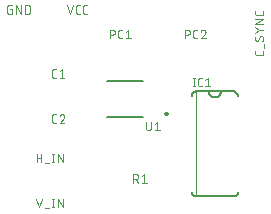
<source format=gto>
G04 EAGLE Gerber RS-274X export*
G75*
%MOMM*%
%FSLAX34Y34*%
%LPD*%
%INTop Silkscreen*%
%IPPOS*%
%AMOC8*
5,1,8,0,0,1.08239X$1,22.5*%
G01*
%ADD10C,0.076200*%
%ADD11C,0.152400*%
%ADD12C,0.050800*%
%ADD13C,0.200000*%
%ADD14C,0.127000*%


D10*
X43481Y119253D02*
X41845Y119253D01*
X41767Y119255D01*
X41689Y119260D01*
X41612Y119270D01*
X41535Y119283D01*
X41459Y119299D01*
X41384Y119319D01*
X41310Y119343D01*
X41237Y119370D01*
X41165Y119401D01*
X41095Y119435D01*
X41027Y119472D01*
X40960Y119513D01*
X40895Y119557D01*
X40833Y119603D01*
X40773Y119653D01*
X40715Y119705D01*
X40660Y119760D01*
X40608Y119818D01*
X40558Y119878D01*
X40512Y119940D01*
X40468Y120005D01*
X40427Y120072D01*
X40390Y120140D01*
X40356Y120210D01*
X40325Y120282D01*
X40298Y120355D01*
X40274Y120429D01*
X40254Y120504D01*
X40238Y120580D01*
X40225Y120657D01*
X40215Y120734D01*
X40210Y120812D01*
X40208Y120890D01*
X40208Y124982D01*
X40210Y125062D01*
X40216Y125142D01*
X40226Y125222D01*
X40239Y125301D01*
X40257Y125380D01*
X40278Y125457D01*
X40304Y125533D01*
X40333Y125608D01*
X40365Y125682D01*
X40401Y125754D01*
X40441Y125824D01*
X40484Y125891D01*
X40530Y125957D01*
X40580Y126020D01*
X40632Y126081D01*
X40687Y126140D01*
X40746Y126195D01*
X40806Y126247D01*
X40870Y126297D01*
X40936Y126343D01*
X41003Y126386D01*
X41073Y126426D01*
X41145Y126462D01*
X41219Y126494D01*
X41293Y126523D01*
X41370Y126549D01*
X41447Y126570D01*
X41526Y126588D01*
X41605Y126601D01*
X41685Y126611D01*
X41765Y126617D01*
X41845Y126619D01*
X43481Y126619D01*
X46327Y124982D02*
X48373Y126619D01*
X48373Y119253D01*
X46327Y119253D02*
X50419Y119253D01*
X43481Y81153D02*
X41845Y81153D01*
X41767Y81155D01*
X41689Y81160D01*
X41612Y81170D01*
X41535Y81183D01*
X41459Y81199D01*
X41384Y81219D01*
X41310Y81243D01*
X41237Y81270D01*
X41165Y81301D01*
X41095Y81335D01*
X41027Y81372D01*
X40960Y81413D01*
X40895Y81457D01*
X40833Y81503D01*
X40773Y81553D01*
X40715Y81605D01*
X40660Y81660D01*
X40608Y81718D01*
X40558Y81778D01*
X40512Y81840D01*
X40468Y81905D01*
X40427Y81972D01*
X40390Y82040D01*
X40356Y82110D01*
X40325Y82182D01*
X40298Y82255D01*
X40274Y82329D01*
X40254Y82404D01*
X40238Y82480D01*
X40225Y82557D01*
X40215Y82634D01*
X40210Y82712D01*
X40208Y82790D01*
X40208Y86882D01*
X40210Y86962D01*
X40216Y87042D01*
X40226Y87122D01*
X40239Y87201D01*
X40257Y87280D01*
X40278Y87357D01*
X40304Y87433D01*
X40333Y87508D01*
X40365Y87582D01*
X40401Y87654D01*
X40441Y87724D01*
X40484Y87791D01*
X40530Y87857D01*
X40580Y87920D01*
X40632Y87981D01*
X40687Y88040D01*
X40746Y88095D01*
X40806Y88147D01*
X40870Y88197D01*
X40936Y88243D01*
X41003Y88286D01*
X41073Y88326D01*
X41145Y88362D01*
X41219Y88394D01*
X41293Y88423D01*
X41370Y88449D01*
X41447Y88470D01*
X41526Y88488D01*
X41605Y88501D01*
X41685Y88511D01*
X41765Y88517D01*
X41845Y88519D01*
X43481Y88519D01*
X48578Y88520D02*
X48663Y88518D01*
X48748Y88512D01*
X48832Y88502D01*
X48916Y88489D01*
X49000Y88471D01*
X49082Y88450D01*
X49163Y88425D01*
X49243Y88396D01*
X49322Y88363D01*
X49399Y88327D01*
X49474Y88287D01*
X49548Y88244D01*
X49619Y88198D01*
X49688Y88148D01*
X49755Y88095D01*
X49819Y88039D01*
X49880Y87980D01*
X49939Y87919D01*
X49995Y87855D01*
X50048Y87788D01*
X50098Y87719D01*
X50144Y87648D01*
X50187Y87574D01*
X50227Y87499D01*
X50263Y87422D01*
X50296Y87343D01*
X50325Y87263D01*
X50350Y87182D01*
X50371Y87100D01*
X50389Y87016D01*
X50402Y86932D01*
X50412Y86848D01*
X50418Y86763D01*
X50420Y86678D01*
X48578Y88519D02*
X48482Y88517D01*
X48386Y88511D01*
X48291Y88501D01*
X48196Y88488D01*
X48101Y88470D01*
X48008Y88449D01*
X47915Y88424D01*
X47824Y88395D01*
X47733Y88363D01*
X47644Y88327D01*
X47557Y88287D01*
X47471Y88244D01*
X47387Y88198D01*
X47305Y88148D01*
X47225Y88094D01*
X47148Y88038D01*
X47073Y87978D01*
X47000Y87916D01*
X46930Y87850D01*
X46862Y87782D01*
X46797Y87711D01*
X46736Y87638D01*
X46677Y87562D01*
X46621Y87483D01*
X46569Y87403D01*
X46520Y87320D01*
X46474Y87236D01*
X46432Y87150D01*
X46394Y87062D01*
X46359Y86973D01*
X46327Y86882D01*
X49805Y85246D02*
X49865Y85305D01*
X49922Y85367D01*
X49977Y85431D01*
X50028Y85498D01*
X50077Y85567D01*
X50123Y85637D01*
X50166Y85710D01*
X50206Y85784D01*
X50242Y85860D01*
X50275Y85938D01*
X50305Y86017D01*
X50332Y86097D01*
X50355Y86178D01*
X50374Y86260D01*
X50390Y86342D01*
X50403Y86426D01*
X50412Y86510D01*
X50417Y86594D01*
X50419Y86678D01*
X49805Y85245D02*
X46327Y81153D01*
X50419Y81153D01*
X218947Y140489D02*
X218947Y142125D01*
X218947Y140489D02*
X218945Y140411D01*
X218940Y140333D01*
X218930Y140256D01*
X218917Y140179D01*
X218901Y140103D01*
X218881Y140028D01*
X218857Y139954D01*
X218830Y139881D01*
X218799Y139809D01*
X218765Y139739D01*
X218728Y139671D01*
X218687Y139604D01*
X218643Y139539D01*
X218597Y139477D01*
X218547Y139417D01*
X218495Y139359D01*
X218440Y139304D01*
X218382Y139252D01*
X218322Y139202D01*
X218260Y139156D01*
X218195Y139112D01*
X218129Y139071D01*
X218060Y139034D01*
X217990Y139000D01*
X217918Y138969D01*
X217845Y138942D01*
X217771Y138918D01*
X217696Y138898D01*
X217620Y138882D01*
X217543Y138869D01*
X217466Y138859D01*
X217388Y138854D01*
X217310Y138852D01*
X213218Y138852D01*
X213138Y138854D01*
X213058Y138860D01*
X212978Y138870D01*
X212899Y138883D01*
X212820Y138901D01*
X212743Y138922D01*
X212667Y138948D01*
X212592Y138977D01*
X212518Y139009D01*
X212446Y139045D01*
X212376Y139085D01*
X212309Y139128D01*
X212243Y139174D01*
X212180Y139224D01*
X212119Y139276D01*
X212060Y139331D01*
X212005Y139390D01*
X211953Y139450D01*
X211903Y139514D01*
X211857Y139579D01*
X211814Y139647D01*
X211774Y139717D01*
X211738Y139789D01*
X211706Y139863D01*
X211677Y139937D01*
X211652Y140014D01*
X211630Y140091D01*
X211612Y140170D01*
X211599Y140249D01*
X211589Y140328D01*
X211583Y140409D01*
X211581Y140489D01*
X211581Y142125D01*
X219765Y144648D02*
X219765Y147922D01*
X218947Y153034D02*
X218945Y153112D01*
X218940Y153190D01*
X218930Y153267D01*
X218917Y153344D01*
X218901Y153420D01*
X218881Y153495D01*
X218857Y153569D01*
X218830Y153642D01*
X218799Y153714D01*
X218765Y153784D01*
X218728Y153853D01*
X218687Y153919D01*
X218643Y153984D01*
X218597Y154046D01*
X218547Y154106D01*
X218495Y154164D01*
X218440Y154219D01*
X218382Y154271D01*
X218322Y154321D01*
X218260Y154367D01*
X218195Y154411D01*
X218129Y154452D01*
X218060Y154489D01*
X217990Y154523D01*
X217918Y154554D01*
X217845Y154581D01*
X217771Y154605D01*
X217696Y154625D01*
X217620Y154641D01*
X217543Y154654D01*
X217466Y154664D01*
X217388Y154669D01*
X217310Y154671D01*
X218947Y153034D02*
X218945Y152920D01*
X218940Y152807D01*
X218930Y152693D01*
X218917Y152580D01*
X218900Y152468D01*
X218880Y152356D01*
X218856Y152245D01*
X218828Y152134D01*
X218797Y152025D01*
X218762Y151917D01*
X218723Y151810D01*
X218681Y151704D01*
X218636Y151600D01*
X218587Y151497D01*
X218534Y151396D01*
X218479Y151297D01*
X218420Y151199D01*
X218358Y151104D01*
X218293Y151011D01*
X218225Y150919D01*
X218154Y150831D01*
X218080Y150744D01*
X218003Y150660D01*
X217924Y150579D01*
X213218Y150783D02*
X213140Y150785D01*
X213062Y150790D01*
X212985Y150800D01*
X212908Y150813D01*
X212832Y150829D01*
X212757Y150849D01*
X212683Y150873D01*
X212610Y150900D01*
X212538Y150931D01*
X212468Y150965D01*
X212400Y151002D01*
X212333Y151043D01*
X212268Y151087D01*
X212206Y151133D01*
X212146Y151183D01*
X212088Y151235D01*
X212033Y151290D01*
X211981Y151348D01*
X211931Y151408D01*
X211885Y151470D01*
X211841Y151535D01*
X211800Y151602D01*
X211763Y151670D01*
X211729Y151740D01*
X211698Y151812D01*
X211671Y151885D01*
X211647Y151959D01*
X211627Y152034D01*
X211611Y152110D01*
X211598Y152187D01*
X211588Y152264D01*
X211583Y152342D01*
X211581Y152420D01*
X211583Y152530D01*
X211589Y152639D01*
X211599Y152749D01*
X211612Y152857D01*
X211630Y152966D01*
X211651Y153073D01*
X211677Y153180D01*
X211706Y153286D01*
X211738Y153391D01*
X211775Y153494D01*
X211815Y153596D01*
X211859Y153697D01*
X211907Y153796D01*
X211957Y153893D01*
X212012Y153988D01*
X212070Y154081D01*
X212131Y154172D01*
X212195Y154261D01*
X214650Y151602D02*
X214608Y151536D01*
X214564Y151471D01*
X214516Y151409D01*
X214466Y151349D01*
X214413Y151291D01*
X214357Y151236D01*
X214299Y151183D01*
X214238Y151134D01*
X214175Y151087D01*
X214110Y151043D01*
X214043Y151003D01*
X213974Y150966D01*
X213903Y150932D01*
X213831Y150901D01*
X213757Y150874D01*
X213682Y150850D01*
X213607Y150830D01*
X213530Y150814D01*
X213453Y150801D01*
X213375Y150791D01*
X213296Y150786D01*
X213218Y150784D01*
X215877Y153853D02*
X215919Y153920D01*
X215963Y153985D01*
X216011Y154047D01*
X216061Y154107D01*
X216114Y154165D01*
X216170Y154220D01*
X216229Y154272D01*
X216289Y154322D01*
X216353Y154369D01*
X216418Y154412D01*
X216485Y154453D01*
X216554Y154490D01*
X216625Y154524D01*
X216697Y154555D01*
X216771Y154582D01*
X216845Y154606D01*
X216921Y154626D01*
X216998Y154642D01*
X217075Y154655D01*
X217153Y154665D01*
X217232Y154670D01*
X217310Y154672D01*
X215878Y153853D02*
X214650Y151602D01*
X211581Y157241D02*
X215059Y159696D01*
X211581Y162152D01*
X215059Y159696D02*
X218947Y159696D01*
X218947Y165209D02*
X211581Y165209D01*
X218947Y169302D01*
X211581Y169302D01*
X218947Y174382D02*
X218947Y176019D01*
X218947Y174382D02*
X218945Y174304D01*
X218940Y174226D01*
X218930Y174149D01*
X218917Y174072D01*
X218901Y173996D01*
X218881Y173921D01*
X218857Y173847D01*
X218830Y173774D01*
X218799Y173702D01*
X218765Y173632D01*
X218728Y173564D01*
X218687Y173497D01*
X218643Y173432D01*
X218597Y173370D01*
X218547Y173310D01*
X218495Y173252D01*
X218440Y173197D01*
X218382Y173145D01*
X218322Y173095D01*
X218260Y173049D01*
X218195Y173005D01*
X218129Y172964D01*
X218060Y172927D01*
X217990Y172893D01*
X217918Y172862D01*
X217845Y172835D01*
X217771Y172811D01*
X217696Y172791D01*
X217620Y172775D01*
X217543Y172762D01*
X217466Y172752D01*
X217388Y172747D01*
X217310Y172745D01*
X213218Y172745D01*
X213138Y172747D01*
X213058Y172753D01*
X212978Y172763D01*
X212899Y172776D01*
X212820Y172794D01*
X212743Y172815D01*
X212667Y172841D01*
X212592Y172870D01*
X212518Y172902D01*
X212446Y172938D01*
X212376Y172978D01*
X212309Y173021D01*
X212243Y173067D01*
X212180Y173117D01*
X212119Y173169D01*
X212060Y173224D01*
X212005Y173283D01*
X211953Y173343D01*
X211903Y173407D01*
X211857Y173472D01*
X211814Y173540D01*
X211774Y173610D01*
X211738Y173682D01*
X211706Y173756D01*
X211677Y173830D01*
X211652Y173907D01*
X211630Y173984D01*
X211612Y174063D01*
X211599Y174142D01*
X211589Y174221D01*
X211583Y174302D01*
X211581Y174382D01*
X211581Y176019D01*
X5873Y177573D02*
X4646Y177573D01*
X5873Y177573D02*
X5873Y173481D01*
X3418Y173481D01*
X3340Y173483D01*
X3262Y173488D01*
X3185Y173498D01*
X3108Y173511D01*
X3032Y173527D01*
X2957Y173547D01*
X2883Y173571D01*
X2810Y173598D01*
X2738Y173629D01*
X2668Y173663D01*
X2599Y173700D01*
X2533Y173741D01*
X2468Y173785D01*
X2406Y173831D01*
X2346Y173881D01*
X2288Y173933D01*
X2233Y173988D01*
X2181Y174046D01*
X2131Y174106D01*
X2085Y174168D01*
X2041Y174233D01*
X2000Y174300D01*
X1963Y174368D01*
X1929Y174438D01*
X1898Y174510D01*
X1871Y174583D01*
X1847Y174657D01*
X1827Y174732D01*
X1811Y174808D01*
X1798Y174885D01*
X1788Y174962D01*
X1783Y175040D01*
X1781Y175118D01*
X1781Y179210D01*
X1783Y179290D01*
X1789Y179370D01*
X1799Y179450D01*
X1812Y179529D01*
X1830Y179608D01*
X1851Y179685D01*
X1877Y179761D01*
X1906Y179836D01*
X1938Y179910D01*
X1974Y179982D01*
X2014Y180052D01*
X2057Y180119D01*
X2103Y180185D01*
X2153Y180248D01*
X2205Y180309D01*
X2260Y180368D01*
X2319Y180423D01*
X2379Y180475D01*
X2443Y180525D01*
X2509Y180571D01*
X2576Y180614D01*
X2646Y180654D01*
X2718Y180690D01*
X2792Y180722D01*
X2866Y180751D01*
X2943Y180777D01*
X3020Y180798D01*
X3099Y180816D01*
X3178Y180829D01*
X3258Y180839D01*
X3338Y180845D01*
X3418Y180847D01*
X5873Y180847D01*
X9584Y180847D02*
X9584Y173481D01*
X13676Y173481D02*
X9584Y180847D01*
X13676Y180847D02*
X13676Y173481D01*
X17387Y173481D02*
X17387Y180847D01*
X19433Y180847D01*
X19522Y180845D01*
X19611Y180839D01*
X19700Y180829D01*
X19788Y180816D01*
X19876Y180799D01*
X19963Y180777D01*
X20048Y180752D01*
X20133Y180724D01*
X20216Y180691D01*
X20298Y180655D01*
X20378Y180616D01*
X20456Y180573D01*
X20532Y180527D01*
X20607Y180477D01*
X20679Y180424D01*
X20748Y180368D01*
X20815Y180309D01*
X20880Y180248D01*
X20941Y180183D01*
X21000Y180116D01*
X21056Y180047D01*
X21109Y179975D01*
X21159Y179900D01*
X21205Y179824D01*
X21248Y179746D01*
X21287Y179666D01*
X21323Y179584D01*
X21356Y179501D01*
X21384Y179416D01*
X21409Y179331D01*
X21431Y179244D01*
X21448Y179156D01*
X21461Y179068D01*
X21471Y178979D01*
X21477Y178890D01*
X21479Y178801D01*
X21479Y175527D01*
X21477Y175438D01*
X21471Y175349D01*
X21461Y175260D01*
X21448Y175172D01*
X21431Y175084D01*
X21409Y174997D01*
X21384Y174912D01*
X21356Y174827D01*
X21323Y174744D01*
X21287Y174662D01*
X21248Y174582D01*
X21205Y174504D01*
X21159Y174428D01*
X21109Y174353D01*
X21056Y174281D01*
X21000Y174212D01*
X20941Y174145D01*
X20880Y174080D01*
X20815Y174019D01*
X20748Y173960D01*
X20679Y173904D01*
X20607Y173851D01*
X20532Y173801D01*
X20456Y173755D01*
X20378Y173712D01*
X20298Y173673D01*
X20216Y173637D01*
X20133Y173604D01*
X20048Y173576D01*
X19963Y173551D01*
X19876Y173529D01*
X19788Y173512D01*
X19700Y173499D01*
X19611Y173489D01*
X19522Y173483D01*
X19433Y173481D01*
X17387Y173481D01*
X26883Y55119D02*
X26883Y47753D01*
X26883Y51845D02*
X30975Y51845D01*
X30975Y55119D02*
X30975Y47753D01*
X34119Y46935D02*
X37393Y46935D01*
X40877Y47753D02*
X40877Y55119D01*
X40058Y47753D02*
X41695Y47753D01*
X41695Y55119D02*
X40058Y55119D01*
X44927Y55119D02*
X44927Y47753D01*
X49019Y47753D02*
X44927Y55119D01*
X49019Y55119D02*
X49019Y47753D01*
D11*
X158242Y22860D02*
X158244Y22738D01*
X158250Y22616D01*
X158260Y22494D01*
X158273Y22373D01*
X158291Y22252D01*
X158312Y22132D01*
X158338Y22012D01*
X158367Y21894D01*
X158399Y21776D01*
X158436Y21659D01*
X158476Y21544D01*
X158520Y21430D01*
X158568Y21318D01*
X158619Y21207D01*
X158674Y21098D01*
X158732Y20990D01*
X158794Y20885D01*
X158859Y20782D01*
X158927Y20680D01*
X158999Y20581D01*
X159073Y20485D01*
X159151Y20390D01*
X159232Y20299D01*
X159315Y20209D01*
X159401Y20123D01*
X159491Y20040D01*
X159582Y19959D01*
X159677Y19881D01*
X159773Y19807D01*
X159872Y19735D01*
X159974Y19667D01*
X160077Y19602D01*
X160182Y19540D01*
X160290Y19482D01*
X160399Y19427D01*
X160510Y19376D01*
X160622Y19328D01*
X160736Y19284D01*
X160851Y19244D01*
X160968Y19207D01*
X161086Y19175D01*
X161204Y19146D01*
X161324Y19120D01*
X161444Y19099D01*
X161565Y19081D01*
X161686Y19068D01*
X161808Y19058D01*
X161930Y19052D01*
X162052Y19050D01*
X197358Y104140D02*
X197356Y104262D01*
X197350Y104384D01*
X197340Y104506D01*
X197327Y104627D01*
X197309Y104748D01*
X197288Y104868D01*
X197262Y104988D01*
X197233Y105106D01*
X197201Y105224D01*
X197164Y105341D01*
X197124Y105456D01*
X197080Y105570D01*
X197032Y105682D01*
X196981Y105793D01*
X196926Y105902D01*
X196868Y106010D01*
X196806Y106115D01*
X196741Y106218D01*
X196673Y106320D01*
X196601Y106419D01*
X196527Y106515D01*
X196449Y106610D01*
X196368Y106701D01*
X196285Y106791D01*
X196199Y106877D01*
X196109Y106960D01*
X196018Y107041D01*
X195923Y107119D01*
X195827Y107193D01*
X195728Y107265D01*
X195626Y107333D01*
X195523Y107398D01*
X195418Y107460D01*
X195310Y107518D01*
X195201Y107573D01*
X195090Y107624D01*
X194978Y107672D01*
X194864Y107716D01*
X194749Y107756D01*
X194632Y107793D01*
X194514Y107825D01*
X194396Y107854D01*
X194276Y107880D01*
X194156Y107901D01*
X194035Y107919D01*
X193914Y107932D01*
X193792Y107942D01*
X193670Y107948D01*
X193548Y107950D01*
X197358Y22860D02*
X197356Y22738D01*
X197350Y22616D01*
X197340Y22494D01*
X197327Y22373D01*
X197309Y22252D01*
X197288Y22132D01*
X197262Y22012D01*
X197233Y21894D01*
X197201Y21776D01*
X197164Y21659D01*
X197124Y21544D01*
X197080Y21430D01*
X197032Y21318D01*
X196981Y21207D01*
X196926Y21098D01*
X196868Y20990D01*
X196806Y20885D01*
X196741Y20782D01*
X196673Y20680D01*
X196601Y20581D01*
X196527Y20485D01*
X196449Y20390D01*
X196368Y20299D01*
X196285Y20209D01*
X196199Y20123D01*
X196109Y20040D01*
X196018Y19959D01*
X195923Y19881D01*
X195827Y19807D01*
X195728Y19735D01*
X195626Y19667D01*
X195523Y19602D01*
X195418Y19540D01*
X195310Y19482D01*
X195201Y19427D01*
X195090Y19376D01*
X194978Y19328D01*
X194864Y19284D01*
X194749Y19244D01*
X194632Y19207D01*
X194514Y19175D01*
X194396Y19146D01*
X194276Y19120D01*
X194156Y19099D01*
X194035Y19081D01*
X193914Y19068D01*
X193792Y19058D01*
X193670Y19052D01*
X193548Y19050D01*
X158242Y104140D02*
X158244Y104262D01*
X158250Y104384D01*
X158260Y104506D01*
X158273Y104627D01*
X158291Y104748D01*
X158312Y104868D01*
X158338Y104988D01*
X158367Y105106D01*
X158399Y105224D01*
X158436Y105341D01*
X158476Y105456D01*
X158520Y105570D01*
X158568Y105682D01*
X158619Y105793D01*
X158674Y105902D01*
X158732Y106010D01*
X158794Y106115D01*
X158859Y106218D01*
X158927Y106320D01*
X158999Y106419D01*
X159073Y106515D01*
X159151Y106610D01*
X159232Y106701D01*
X159315Y106791D01*
X159401Y106877D01*
X159491Y106960D01*
X159582Y107041D01*
X159677Y107119D01*
X159773Y107193D01*
X159872Y107265D01*
X159974Y107333D01*
X160077Y107398D01*
X160182Y107460D01*
X160290Y107518D01*
X160399Y107573D01*
X160510Y107624D01*
X160622Y107672D01*
X160736Y107716D01*
X160851Y107756D01*
X160968Y107793D01*
X161086Y107825D01*
X161204Y107854D01*
X161324Y107880D01*
X161444Y107901D01*
X161565Y107919D01*
X161686Y107932D01*
X161808Y107942D01*
X161930Y107948D01*
X162052Y107950D01*
X162052Y19050D02*
X193548Y19050D01*
X193548Y107950D02*
X182880Y107950D01*
X172720Y107950D01*
X162052Y107950D01*
X172720Y107950D02*
X172722Y107809D01*
X172728Y107668D01*
X172738Y107527D01*
X172751Y107386D01*
X172769Y107246D01*
X172791Y107107D01*
X172816Y106968D01*
X172845Y106829D01*
X172878Y106692D01*
X172915Y106556D01*
X172956Y106421D01*
X173000Y106286D01*
X173048Y106154D01*
X173100Y106022D01*
X173155Y105892D01*
X173214Y105764D01*
X173277Y105637D01*
X173343Y105513D01*
X173412Y105390D01*
X173485Y105269D01*
X173561Y105150D01*
X173641Y105033D01*
X173724Y104919D01*
X173809Y104806D01*
X173898Y104697D01*
X173990Y104589D01*
X174085Y104485D01*
X174183Y104383D01*
X174284Y104284D01*
X174387Y104187D01*
X174493Y104094D01*
X174601Y104004D01*
X174712Y103916D01*
X174825Y103832D01*
X174941Y103751D01*
X175059Y103673D01*
X175179Y103598D01*
X175301Y103527D01*
X175425Y103459D01*
X175551Y103395D01*
X175678Y103334D01*
X175807Y103277D01*
X175938Y103224D01*
X176070Y103174D01*
X176203Y103127D01*
X176338Y103085D01*
X176474Y103046D01*
X176611Y103011D01*
X176748Y102980D01*
X176887Y102953D01*
X177026Y102929D01*
X177166Y102910D01*
X177306Y102894D01*
X177447Y102882D01*
X177588Y102874D01*
X177729Y102870D01*
X177871Y102870D01*
X178012Y102874D01*
X178153Y102882D01*
X178294Y102894D01*
X178434Y102910D01*
X178574Y102929D01*
X178713Y102953D01*
X178852Y102980D01*
X178989Y103011D01*
X179126Y103046D01*
X179262Y103085D01*
X179397Y103127D01*
X179530Y103174D01*
X179662Y103224D01*
X179793Y103277D01*
X179922Y103334D01*
X180049Y103395D01*
X180175Y103459D01*
X180299Y103527D01*
X180421Y103598D01*
X180541Y103673D01*
X180659Y103751D01*
X180775Y103832D01*
X180888Y103916D01*
X180999Y104004D01*
X181107Y104094D01*
X181213Y104187D01*
X181316Y104284D01*
X181417Y104383D01*
X181515Y104485D01*
X181610Y104589D01*
X181702Y104697D01*
X181791Y104806D01*
X181876Y104919D01*
X181959Y105033D01*
X182039Y105150D01*
X182115Y105269D01*
X182188Y105390D01*
X182257Y105513D01*
X182323Y105637D01*
X182386Y105764D01*
X182445Y105892D01*
X182500Y106022D01*
X182552Y106154D01*
X182600Y106286D01*
X182644Y106421D01*
X182685Y106556D01*
X182722Y106692D01*
X182755Y106829D01*
X182784Y106968D01*
X182809Y107107D01*
X182831Y107246D01*
X182849Y107386D01*
X182862Y107527D01*
X182872Y107668D01*
X182878Y107809D01*
X182880Y107950D01*
D12*
X161798Y107950D02*
X161798Y19050D01*
D10*
X159949Y112141D02*
X159949Y119507D01*
X159131Y112141D02*
X160768Y112141D01*
X160768Y119507D02*
X159131Y119507D01*
X165369Y112141D02*
X167006Y112141D01*
X165369Y112141D02*
X165291Y112143D01*
X165213Y112148D01*
X165136Y112158D01*
X165059Y112171D01*
X164983Y112187D01*
X164908Y112207D01*
X164834Y112231D01*
X164761Y112258D01*
X164689Y112289D01*
X164619Y112323D01*
X164551Y112360D01*
X164484Y112401D01*
X164419Y112445D01*
X164357Y112491D01*
X164297Y112541D01*
X164239Y112593D01*
X164184Y112648D01*
X164132Y112706D01*
X164082Y112766D01*
X164036Y112828D01*
X163992Y112893D01*
X163951Y112960D01*
X163914Y113028D01*
X163880Y113098D01*
X163849Y113170D01*
X163822Y113243D01*
X163798Y113317D01*
X163778Y113392D01*
X163762Y113468D01*
X163749Y113545D01*
X163739Y113622D01*
X163734Y113700D01*
X163732Y113778D01*
X163732Y117870D01*
X163734Y117950D01*
X163740Y118030D01*
X163750Y118110D01*
X163763Y118189D01*
X163781Y118268D01*
X163802Y118345D01*
X163828Y118421D01*
X163857Y118496D01*
X163889Y118570D01*
X163925Y118642D01*
X163965Y118712D01*
X164008Y118779D01*
X164054Y118845D01*
X164104Y118908D01*
X164156Y118969D01*
X164211Y119028D01*
X164270Y119083D01*
X164330Y119135D01*
X164394Y119185D01*
X164460Y119231D01*
X164527Y119274D01*
X164597Y119314D01*
X164669Y119350D01*
X164743Y119382D01*
X164817Y119411D01*
X164894Y119437D01*
X164971Y119458D01*
X165050Y119476D01*
X165129Y119489D01*
X165209Y119499D01*
X165289Y119505D01*
X165369Y119507D01*
X167006Y119507D01*
X169851Y117870D02*
X171898Y119507D01*
X171898Y112141D01*
X173944Y112141D02*
X169851Y112141D01*
X89281Y152781D02*
X89281Y160147D01*
X91327Y160147D01*
X91416Y160145D01*
X91505Y160139D01*
X91594Y160129D01*
X91682Y160116D01*
X91770Y160099D01*
X91857Y160077D01*
X91942Y160052D01*
X92027Y160024D01*
X92110Y159991D01*
X92192Y159955D01*
X92272Y159916D01*
X92350Y159873D01*
X92426Y159827D01*
X92501Y159777D01*
X92573Y159724D01*
X92642Y159668D01*
X92709Y159609D01*
X92774Y159548D01*
X92835Y159483D01*
X92894Y159416D01*
X92950Y159347D01*
X93003Y159275D01*
X93053Y159200D01*
X93099Y159124D01*
X93142Y159046D01*
X93181Y158966D01*
X93217Y158884D01*
X93250Y158801D01*
X93278Y158716D01*
X93303Y158631D01*
X93325Y158544D01*
X93342Y158456D01*
X93355Y158368D01*
X93365Y158279D01*
X93371Y158190D01*
X93373Y158101D01*
X93371Y158012D01*
X93365Y157923D01*
X93355Y157834D01*
X93342Y157746D01*
X93325Y157658D01*
X93303Y157571D01*
X93278Y157486D01*
X93250Y157401D01*
X93217Y157318D01*
X93181Y157236D01*
X93142Y157156D01*
X93099Y157078D01*
X93053Y157002D01*
X93003Y156927D01*
X92950Y156855D01*
X92894Y156786D01*
X92835Y156719D01*
X92774Y156654D01*
X92709Y156593D01*
X92642Y156534D01*
X92573Y156478D01*
X92501Y156425D01*
X92426Y156375D01*
X92350Y156329D01*
X92272Y156286D01*
X92192Y156247D01*
X92110Y156211D01*
X92027Y156178D01*
X91942Y156150D01*
X91857Y156125D01*
X91770Y156103D01*
X91682Y156086D01*
X91594Y156073D01*
X91505Y156063D01*
X91416Y156057D01*
X91327Y156055D01*
X89281Y156055D01*
X97848Y152781D02*
X99485Y152781D01*
X97848Y152781D02*
X97770Y152783D01*
X97692Y152788D01*
X97615Y152798D01*
X97538Y152811D01*
X97462Y152827D01*
X97387Y152847D01*
X97313Y152871D01*
X97240Y152898D01*
X97168Y152929D01*
X97098Y152963D01*
X97030Y153000D01*
X96963Y153041D01*
X96898Y153085D01*
X96836Y153131D01*
X96776Y153181D01*
X96718Y153233D01*
X96663Y153288D01*
X96611Y153346D01*
X96561Y153406D01*
X96515Y153468D01*
X96471Y153533D01*
X96430Y153600D01*
X96393Y153668D01*
X96359Y153738D01*
X96328Y153810D01*
X96301Y153883D01*
X96277Y153957D01*
X96257Y154032D01*
X96241Y154108D01*
X96228Y154185D01*
X96218Y154262D01*
X96213Y154340D01*
X96211Y154418D01*
X96212Y154418D02*
X96212Y158510D01*
X96214Y158590D01*
X96220Y158670D01*
X96230Y158750D01*
X96243Y158829D01*
X96261Y158908D01*
X96282Y158985D01*
X96308Y159061D01*
X96337Y159136D01*
X96369Y159210D01*
X96405Y159282D01*
X96445Y159352D01*
X96488Y159419D01*
X96534Y159485D01*
X96584Y159548D01*
X96636Y159609D01*
X96691Y159668D01*
X96750Y159723D01*
X96810Y159775D01*
X96874Y159825D01*
X96940Y159871D01*
X97007Y159914D01*
X97077Y159954D01*
X97149Y159990D01*
X97223Y160022D01*
X97297Y160051D01*
X97374Y160077D01*
X97451Y160098D01*
X97530Y160116D01*
X97609Y160129D01*
X97689Y160139D01*
X97769Y160145D01*
X97849Y160147D01*
X97848Y160147D02*
X99485Y160147D01*
X102331Y158510D02*
X104377Y160147D01*
X104377Y152781D01*
X102331Y152781D02*
X106423Y152781D01*
X152781Y152781D02*
X152781Y160147D01*
X154827Y160147D01*
X154916Y160145D01*
X155005Y160139D01*
X155094Y160129D01*
X155182Y160116D01*
X155270Y160099D01*
X155357Y160077D01*
X155442Y160052D01*
X155527Y160024D01*
X155610Y159991D01*
X155692Y159955D01*
X155772Y159916D01*
X155850Y159873D01*
X155926Y159827D01*
X156001Y159777D01*
X156073Y159724D01*
X156142Y159668D01*
X156209Y159609D01*
X156274Y159548D01*
X156335Y159483D01*
X156394Y159416D01*
X156450Y159347D01*
X156503Y159275D01*
X156553Y159200D01*
X156599Y159124D01*
X156642Y159046D01*
X156681Y158966D01*
X156717Y158884D01*
X156750Y158801D01*
X156778Y158716D01*
X156803Y158631D01*
X156825Y158544D01*
X156842Y158456D01*
X156855Y158368D01*
X156865Y158279D01*
X156871Y158190D01*
X156873Y158101D01*
X156871Y158012D01*
X156865Y157923D01*
X156855Y157834D01*
X156842Y157746D01*
X156825Y157658D01*
X156803Y157571D01*
X156778Y157486D01*
X156750Y157401D01*
X156717Y157318D01*
X156681Y157236D01*
X156642Y157156D01*
X156599Y157078D01*
X156553Y157002D01*
X156503Y156927D01*
X156450Y156855D01*
X156394Y156786D01*
X156335Y156719D01*
X156274Y156654D01*
X156209Y156593D01*
X156142Y156534D01*
X156073Y156478D01*
X156001Y156425D01*
X155926Y156375D01*
X155850Y156329D01*
X155772Y156286D01*
X155692Y156247D01*
X155610Y156211D01*
X155527Y156178D01*
X155442Y156150D01*
X155357Y156125D01*
X155270Y156103D01*
X155182Y156086D01*
X155094Y156073D01*
X155005Y156063D01*
X154916Y156057D01*
X154827Y156055D01*
X152781Y156055D01*
X161348Y152781D02*
X162985Y152781D01*
X161348Y152781D02*
X161270Y152783D01*
X161192Y152788D01*
X161115Y152798D01*
X161038Y152811D01*
X160962Y152827D01*
X160887Y152847D01*
X160813Y152871D01*
X160740Y152898D01*
X160668Y152929D01*
X160598Y152963D01*
X160530Y153000D01*
X160463Y153041D01*
X160398Y153085D01*
X160336Y153131D01*
X160276Y153181D01*
X160218Y153233D01*
X160163Y153288D01*
X160111Y153346D01*
X160061Y153406D01*
X160015Y153468D01*
X159971Y153533D01*
X159930Y153600D01*
X159893Y153668D01*
X159859Y153738D01*
X159828Y153810D01*
X159801Y153883D01*
X159777Y153957D01*
X159757Y154032D01*
X159741Y154108D01*
X159728Y154185D01*
X159718Y154262D01*
X159713Y154340D01*
X159711Y154418D01*
X159712Y154418D02*
X159712Y158510D01*
X159714Y158590D01*
X159720Y158670D01*
X159730Y158750D01*
X159743Y158829D01*
X159761Y158908D01*
X159782Y158985D01*
X159808Y159061D01*
X159837Y159136D01*
X159869Y159210D01*
X159905Y159282D01*
X159945Y159352D01*
X159988Y159419D01*
X160034Y159485D01*
X160084Y159548D01*
X160136Y159609D01*
X160191Y159668D01*
X160250Y159723D01*
X160310Y159775D01*
X160374Y159825D01*
X160440Y159871D01*
X160507Y159914D01*
X160577Y159954D01*
X160649Y159990D01*
X160723Y160022D01*
X160797Y160051D01*
X160874Y160077D01*
X160951Y160098D01*
X161030Y160116D01*
X161109Y160129D01*
X161189Y160139D01*
X161269Y160145D01*
X161349Y160147D01*
X161348Y160147D02*
X162985Y160147D01*
X168081Y160148D02*
X168166Y160146D01*
X168251Y160140D01*
X168335Y160130D01*
X168419Y160117D01*
X168503Y160099D01*
X168585Y160078D01*
X168666Y160053D01*
X168746Y160024D01*
X168825Y159991D01*
X168902Y159955D01*
X168977Y159915D01*
X169051Y159872D01*
X169122Y159826D01*
X169191Y159776D01*
X169258Y159723D01*
X169322Y159667D01*
X169383Y159608D01*
X169442Y159547D01*
X169498Y159483D01*
X169551Y159416D01*
X169601Y159347D01*
X169647Y159276D01*
X169690Y159202D01*
X169730Y159127D01*
X169766Y159050D01*
X169799Y158971D01*
X169828Y158891D01*
X169853Y158810D01*
X169874Y158728D01*
X169892Y158644D01*
X169905Y158560D01*
X169915Y158476D01*
X169921Y158391D01*
X169923Y158306D01*
X168081Y160147D02*
X167985Y160145D01*
X167889Y160139D01*
X167794Y160129D01*
X167699Y160116D01*
X167604Y160098D01*
X167511Y160077D01*
X167418Y160052D01*
X167327Y160023D01*
X167236Y159991D01*
X167147Y159955D01*
X167060Y159915D01*
X166974Y159872D01*
X166890Y159826D01*
X166808Y159776D01*
X166728Y159722D01*
X166651Y159666D01*
X166576Y159606D01*
X166503Y159544D01*
X166433Y159478D01*
X166365Y159410D01*
X166300Y159339D01*
X166239Y159266D01*
X166180Y159190D01*
X166124Y159111D01*
X166072Y159031D01*
X166023Y158948D01*
X165977Y158864D01*
X165935Y158778D01*
X165897Y158690D01*
X165862Y158601D01*
X165830Y158510D01*
X169309Y156874D02*
X169369Y156933D01*
X169426Y156995D01*
X169481Y157059D01*
X169532Y157126D01*
X169581Y157195D01*
X169627Y157265D01*
X169670Y157338D01*
X169710Y157412D01*
X169746Y157488D01*
X169779Y157566D01*
X169809Y157645D01*
X169836Y157725D01*
X169859Y157806D01*
X169878Y157888D01*
X169894Y157970D01*
X169907Y158054D01*
X169916Y158138D01*
X169921Y158222D01*
X169923Y158306D01*
X169309Y156873D02*
X165831Y152781D01*
X169923Y152781D01*
X108913Y37719D02*
X108913Y30353D01*
X108913Y37719D02*
X110959Y37719D01*
X111048Y37717D01*
X111137Y37711D01*
X111226Y37701D01*
X111314Y37688D01*
X111402Y37671D01*
X111489Y37649D01*
X111574Y37624D01*
X111659Y37596D01*
X111742Y37563D01*
X111824Y37527D01*
X111904Y37488D01*
X111982Y37445D01*
X112058Y37399D01*
X112133Y37349D01*
X112205Y37296D01*
X112274Y37240D01*
X112341Y37181D01*
X112406Y37120D01*
X112467Y37055D01*
X112526Y36988D01*
X112582Y36919D01*
X112635Y36847D01*
X112685Y36772D01*
X112731Y36696D01*
X112774Y36618D01*
X112813Y36538D01*
X112849Y36456D01*
X112882Y36373D01*
X112910Y36288D01*
X112935Y36203D01*
X112957Y36116D01*
X112974Y36028D01*
X112987Y35940D01*
X112997Y35851D01*
X113003Y35762D01*
X113005Y35673D01*
X113003Y35584D01*
X112997Y35495D01*
X112987Y35406D01*
X112974Y35318D01*
X112957Y35230D01*
X112935Y35143D01*
X112910Y35058D01*
X112882Y34973D01*
X112849Y34890D01*
X112813Y34808D01*
X112774Y34728D01*
X112731Y34650D01*
X112685Y34574D01*
X112635Y34499D01*
X112582Y34427D01*
X112526Y34358D01*
X112467Y34291D01*
X112406Y34226D01*
X112341Y34165D01*
X112274Y34106D01*
X112205Y34050D01*
X112133Y33997D01*
X112058Y33947D01*
X111982Y33901D01*
X111904Y33858D01*
X111824Y33819D01*
X111742Y33783D01*
X111659Y33750D01*
X111574Y33722D01*
X111489Y33697D01*
X111402Y33675D01*
X111314Y33658D01*
X111226Y33645D01*
X111137Y33635D01*
X111048Y33629D01*
X110959Y33627D01*
X108913Y33627D01*
X111368Y33627D02*
X113005Y30353D01*
X116177Y36082D02*
X118223Y37719D01*
X118223Y30353D01*
X116177Y30353D02*
X120269Y30353D01*
D13*
X135800Y89050D02*
X135802Y89113D01*
X135808Y89175D01*
X135818Y89237D01*
X135831Y89299D01*
X135849Y89359D01*
X135870Y89418D01*
X135895Y89476D01*
X135924Y89532D01*
X135956Y89586D01*
X135991Y89638D01*
X136029Y89687D01*
X136071Y89735D01*
X136115Y89779D01*
X136163Y89821D01*
X136212Y89859D01*
X136264Y89894D01*
X136318Y89926D01*
X136374Y89955D01*
X136432Y89980D01*
X136491Y90001D01*
X136551Y90019D01*
X136613Y90032D01*
X136675Y90042D01*
X136737Y90048D01*
X136800Y90050D01*
X136863Y90048D01*
X136925Y90042D01*
X136987Y90032D01*
X137049Y90019D01*
X137109Y90001D01*
X137168Y89980D01*
X137226Y89955D01*
X137282Y89926D01*
X137336Y89894D01*
X137388Y89859D01*
X137437Y89821D01*
X137485Y89779D01*
X137529Y89735D01*
X137571Y89687D01*
X137609Y89638D01*
X137644Y89586D01*
X137676Y89532D01*
X137705Y89476D01*
X137730Y89418D01*
X137751Y89359D01*
X137769Y89299D01*
X137782Y89237D01*
X137792Y89175D01*
X137798Y89113D01*
X137800Y89050D01*
X137798Y88987D01*
X137792Y88925D01*
X137782Y88863D01*
X137769Y88801D01*
X137751Y88741D01*
X137730Y88682D01*
X137705Y88624D01*
X137676Y88568D01*
X137644Y88514D01*
X137609Y88462D01*
X137571Y88413D01*
X137529Y88365D01*
X137485Y88321D01*
X137437Y88279D01*
X137388Y88241D01*
X137336Y88206D01*
X137282Y88174D01*
X137226Y88145D01*
X137168Y88120D01*
X137109Y88099D01*
X137049Y88081D01*
X136987Y88068D01*
X136925Y88058D01*
X136863Y88052D01*
X136800Y88050D01*
X136737Y88052D01*
X136675Y88058D01*
X136613Y88068D01*
X136551Y88081D01*
X136491Y88099D01*
X136432Y88120D01*
X136374Y88145D01*
X136318Y88174D01*
X136264Y88206D01*
X136212Y88241D01*
X136163Y88279D01*
X136115Y88321D01*
X136071Y88365D01*
X136029Y88413D01*
X135991Y88462D01*
X135956Y88514D01*
X135924Y88568D01*
X135895Y88624D01*
X135870Y88682D01*
X135849Y88741D01*
X135831Y88801D01*
X135818Y88863D01*
X135808Y88925D01*
X135802Y88987D01*
X135800Y89050D01*
D14*
X116600Y86250D02*
X86600Y86250D01*
X86600Y116950D02*
X116600Y116950D01*
D10*
X119568Y82219D02*
X119568Y76899D01*
X119570Y76810D01*
X119576Y76721D01*
X119586Y76632D01*
X119599Y76544D01*
X119616Y76456D01*
X119638Y76369D01*
X119663Y76284D01*
X119691Y76199D01*
X119724Y76116D01*
X119760Y76034D01*
X119799Y75954D01*
X119842Y75876D01*
X119888Y75800D01*
X119938Y75725D01*
X119991Y75653D01*
X120047Y75584D01*
X120106Y75517D01*
X120167Y75452D01*
X120232Y75391D01*
X120299Y75332D01*
X120368Y75276D01*
X120440Y75223D01*
X120515Y75173D01*
X120591Y75127D01*
X120669Y75084D01*
X120749Y75045D01*
X120831Y75009D01*
X120914Y74976D01*
X120999Y74948D01*
X121084Y74923D01*
X121171Y74901D01*
X121259Y74884D01*
X121347Y74871D01*
X121436Y74861D01*
X121525Y74855D01*
X121614Y74853D01*
X121703Y74855D01*
X121792Y74861D01*
X121881Y74871D01*
X121969Y74884D01*
X122057Y74901D01*
X122144Y74923D01*
X122229Y74948D01*
X122314Y74976D01*
X122397Y75009D01*
X122479Y75045D01*
X122559Y75084D01*
X122637Y75127D01*
X122713Y75173D01*
X122788Y75223D01*
X122860Y75276D01*
X122929Y75332D01*
X122996Y75391D01*
X123061Y75452D01*
X123122Y75517D01*
X123181Y75584D01*
X123237Y75653D01*
X123290Y75725D01*
X123340Y75800D01*
X123386Y75876D01*
X123429Y75954D01*
X123468Y76034D01*
X123504Y76116D01*
X123537Y76199D01*
X123565Y76284D01*
X123590Y76369D01*
X123612Y76456D01*
X123629Y76544D01*
X123642Y76632D01*
X123652Y76721D01*
X123658Y76810D01*
X123660Y76899D01*
X123660Y82219D01*
X127127Y80582D02*
X129173Y82219D01*
X129173Y74853D01*
X127127Y74853D02*
X131219Y74853D01*
X55036Y173481D02*
X52581Y180847D01*
X57492Y180847D02*
X55036Y173481D01*
X61919Y173481D02*
X63556Y173481D01*
X61919Y173481D02*
X61841Y173483D01*
X61763Y173488D01*
X61686Y173498D01*
X61609Y173511D01*
X61533Y173527D01*
X61458Y173547D01*
X61384Y173571D01*
X61311Y173598D01*
X61239Y173629D01*
X61169Y173663D01*
X61101Y173700D01*
X61034Y173741D01*
X60969Y173785D01*
X60907Y173831D01*
X60847Y173881D01*
X60789Y173933D01*
X60734Y173988D01*
X60682Y174046D01*
X60632Y174106D01*
X60586Y174168D01*
X60542Y174233D01*
X60501Y174300D01*
X60464Y174368D01*
X60430Y174438D01*
X60399Y174510D01*
X60372Y174583D01*
X60348Y174657D01*
X60328Y174732D01*
X60312Y174808D01*
X60299Y174885D01*
X60289Y174962D01*
X60284Y175040D01*
X60282Y175118D01*
X60282Y179210D01*
X60284Y179290D01*
X60290Y179370D01*
X60300Y179450D01*
X60313Y179529D01*
X60331Y179608D01*
X60352Y179685D01*
X60378Y179761D01*
X60407Y179836D01*
X60439Y179910D01*
X60475Y179982D01*
X60515Y180052D01*
X60558Y180119D01*
X60604Y180185D01*
X60654Y180248D01*
X60706Y180309D01*
X60761Y180368D01*
X60820Y180423D01*
X60880Y180475D01*
X60944Y180525D01*
X61010Y180571D01*
X61077Y180614D01*
X61147Y180654D01*
X61219Y180690D01*
X61293Y180722D01*
X61367Y180751D01*
X61444Y180777D01*
X61521Y180798D01*
X61600Y180816D01*
X61679Y180829D01*
X61759Y180839D01*
X61839Y180845D01*
X61919Y180847D01*
X63556Y180847D01*
X68015Y173481D02*
X69652Y173481D01*
X68015Y173481D02*
X67937Y173483D01*
X67859Y173488D01*
X67782Y173498D01*
X67705Y173511D01*
X67629Y173527D01*
X67554Y173547D01*
X67480Y173571D01*
X67407Y173598D01*
X67335Y173629D01*
X67265Y173663D01*
X67197Y173700D01*
X67130Y173741D01*
X67065Y173785D01*
X67003Y173831D01*
X66943Y173881D01*
X66885Y173933D01*
X66830Y173988D01*
X66778Y174046D01*
X66728Y174106D01*
X66682Y174168D01*
X66638Y174233D01*
X66597Y174300D01*
X66560Y174368D01*
X66526Y174438D01*
X66495Y174510D01*
X66468Y174583D01*
X66444Y174657D01*
X66424Y174732D01*
X66408Y174808D01*
X66395Y174885D01*
X66385Y174962D01*
X66380Y175040D01*
X66378Y175118D01*
X66378Y179210D01*
X66380Y179290D01*
X66386Y179370D01*
X66396Y179450D01*
X66409Y179529D01*
X66427Y179608D01*
X66448Y179685D01*
X66474Y179761D01*
X66503Y179836D01*
X66535Y179910D01*
X66571Y179982D01*
X66611Y180052D01*
X66654Y180119D01*
X66700Y180185D01*
X66750Y180248D01*
X66802Y180309D01*
X66857Y180368D01*
X66916Y180423D01*
X66976Y180475D01*
X67040Y180525D01*
X67106Y180571D01*
X67173Y180614D01*
X67243Y180654D01*
X67315Y180690D01*
X67389Y180722D01*
X67463Y180751D01*
X67540Y180777D01*
X67617Y180798D01*
X67696Y180816D01*
X67775Y180829D01*
X67855Y180839D01*
X67935Y180845D01*
X68015Y180847D01*
X69652Y180847D01*
X26717Y17019D02*
X29173Y9653D01*
X31628Y17019D01*
X34119Y8835D02*
X37393Y8835D01*
X40877Y9653D02*
X40877Y17019D01*
X40058Y9653D02*
X41695Y9653D01*
X41695Y17019D02*
X40058Y17019D01*
X44927Y17019D02*
X44927Y9653D01*
X49019Y9653D02*
X44927Y17019D01*
X49019Y17019D02*
X49019Y9653D01*
M02*

</source>
